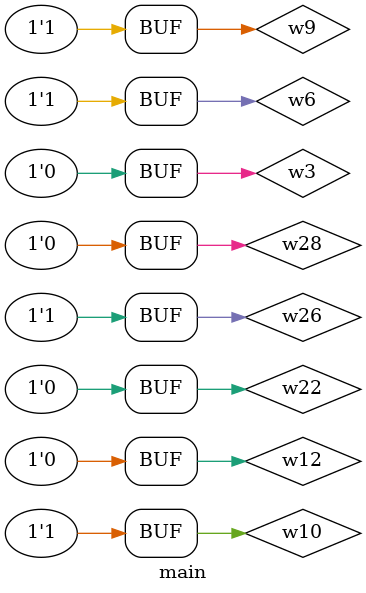
<source format=v>

`timescale 1ns/1ns

module main;    //: root_module
supply1 w6;    //: /sn:0 {0}(325,288)(325,311){1}
reg w14;    //: /sn:0 {0}(328,429)(306,429)(306,454){1}
//: {2}(304,456)(287,456){3}
//: {4}(285,454)(285,424){5}
//: {6}(283,456)(262,456){7}
//: {8}(306,458)(306,478)(328,478){9}
reg w4;    //: /sn:0 {0}(291,319)(311,319){1}
supply0 w3;    //: /sn:0 {0}(330,235)(330,218){1}
reg w21;    //: /sn:0 {0}(284,791)(255,791)(255,825){1}
//: {2}(253,827)(235,827){3}
//: {4}(233,825)(233,793){5}
//: {6}(231,827)(221,827){7}
//: {8}(255,829)(255,842)(284,842){9}
supply0 w28;    //: /sn:0 {0}(298,897)(298,889){1}
//: {2}(300,887)(419,887)(419,878){3}
//: {4}(298,885)(298,851){5}
reg w1;    //: /sn:0 {0}(296,209)(316,209){1}
reg w8;    //: /sn:0 {0}(406,622)(387,622)(387,603){1}
//: {2}(387,599)(387,589)(406,589){3}
//: {4}(385,601)(366,601){5}
//: {6}(364,599)(364,556){7}
//: {8}(362,601)(342,601){9}
reg w17;    //: /sn:0 {0}(405,823)(390,823)(390,848){1}
//: {2}(388,850)(368,850){3}
//: {4}(366,848)(366,789){5}
//: {6}(364,850)(342,850){7}
//: {8}(390,852)(390,869)(405,869){9}
supply0 w22;    //: /sn:0 {0}(420,677)(420,660){1}
supply0 w12;    //: /sn:0 {0}(342,498)(342,487){1}
supply1 w10;    //: /sn:0 {0}(443,565)(443,551)(430,551){1}
//: {2}(428,549)(428,536){3}
//: {4}(426,551)(420,551)(420,581){5}
reg w13;    //: /sn:0 {0}(406,651)(298,651)(298,602){1}
//: {2}(298,598)(298,573)(429,573){3}
//: {4}(296,600)(282,600){5}
//: {6}(280,598)(280,562){7}
//: {8}(278,600)(254,600){9}
supply1 w9;    //: /sn:0 {0}(342,408)(342,421){1}
supply1 w26;    //: /sn:0 {0}(298,772)(298,783){1}
wire w7;    //: /sn:0 {0}(420,643)(420,631){1}
wire w16;    //: /sn:0 {0}(495,633)(522,633)(522,569){1}
wire w19;    //: /sn:0 {0}(419,861)(419,851){1}
//: {2}(421,849)(448,849){3}
//: {4}(452,849)(461,849){5}
//: {6}(450,847)(450,789){7}
//: {8}(419,847)(419,832){9}
wire w0;    //: /sn:0 {0}(330,201)(330,184){1}
wire w23;    //: /sn:0 {0}(494,791)(494,849)(477,849){1}
wire w20;    //: /sn:0 {0}(298,834)(298,813){1}
//: {2}(300,811)(419,811)(419,815){3}
//: {4}(298,809)(298,800){5}
wire w11;    //: /sn:0 {0}(443,582)(443,608){1}
//: {2}(445,610)(461,610){3}
//: {4}(465,610)(480,610)(480,567){5}
//: {6}(463,612)(463,633)(479,633){7}
//: {8}(441,610)(422,610){9}
//: {10}(420,608)(420,598){11}
//: {12}(420,612)(420,614){13}
wire w2;    //: /sn:0 {0}(353,328)(353,343)(325,343)(325,328){1}
wire w5;    //: /sn:0 {0}(342,438)(342,453){1}
//: {2}(344,455)(383,455)(383,424){3}
//: {4}(342,457)(342,470){5}
//: enddecls

  //: joint g61 (w17) @(366, 850) /w:[ 3 4 6 -1 ]
  //: SWITCH g8 (w4) @(274,319) /sn:0 /w:[ 0 ] /st:0 /dn:1
  //: comment g4 @(354,175) /sn:0
  //: /line:"<h1>NPN </hi>"
  //: /line:"<ul>"
  //: /line:"   <li> Collector at the top (led attached)"
  //: /line:"   <li> Emitter at the bottom (ground attached)"
  //: /line:"   <Li> Base on size (switch attached.)"
  //: /line:"</ul>"
  //: /end
  //: SWITCH g58 (w17) @(325,850) /sn:0 /w:[ 7 ] /st:0 /dn:1
  //: joint g55 (w19) @(450, 849) /w:[ 4 6 3 -1 ]
  //: LED g51 (w19) @(450,782) /sn:0 /w:[ 7 ] /type:0
  //: joint g37 (w8) @(364, 601) /w:[ 5 6 8 -1 ]
  //: joint g34 (w10) @(428, 551) /w:[ 1 2 4 -1 ]
  //: GROUND g13 (w12) @(342,504) /sn:0 /w:[ 0 ]
  //: LED g3 (w0) @(330,177) /sn:0 /w:[ 1 ] /type:0
  //: SWITCH g2 (w1) @(279,209) /sn:0 /w:[ 0 ] /st:0 /dn:1
  //: joint g59 (w17) @(390, 850) /w:[ -1 1 2 8 ]
  //: LED NAND0 (w11) @(480,560) /w:[ 5 ] /type:0
  //: GROUND g1 (w3) @(330,241) /sn:0 /w:[ 0 ]
  //: LED AND0 (w16) @(522,562) /w:[ 1 ] /type:0
  //: joint g16 (w5) @(342, 455) /w:[ 2 1 -1 4 ]
  _GGNMOS #(2, 1) g11 (.Z(w5), .S(w12), .G(w14));   //: @(336,478) /sn:0 /w:[ 5 1 9 ]
  //: GROUND g50 (w28) @(298,903) /sn:0 /w:[ 0 ]
  //: joint g28 (w11) @(443, 610) /w:[ 2 1 8 -1 ]
  _GGPMOS #(2, 1) g10 (.Z(w5), .S(w9), .G(w14));   //: @(336,429) /sn:0 /w:[ 0 1 0 ]
  //: joint g32 (w13) @(298, 600) /w:[ -1 2 4 1 ]
  //: joint g27 (w11) @(420, 610) /w:[ 9 10 -1 12 ]
  //: joint g19 (w14) @(285, 456) /w:[ 3 4 6 -1 ]
  //: joint g38 (w13) @(280, 600) /w:[ 5 6 8 -1 ]
  //: VDD g6 (w6) @(336,288) /sn:0 /w:[ 0 ]
  //: joint g57 (w20) @(298, 811) /w:[ 2 4 -1 1 ]
  _GGNBUF #(2) g53 (.I(w19), .Z(w23));   //: @(467,849) /sn:0 /w:[ 5 1 ]
  //: comment g9 @(371,277) /sn:0
  //: /line:"<h1>PNP</h1>"
  //: /line:"<ul>"
  //: /line:"   <li> Emitter is at the top"
  //: /line:"   <Li> Base is in the middle"
  //: /line:"   <li> Collector is at the bottom"
  //: /line:"</ul>"
  //: /end
  //: LED g7 (w2) @(353,321) /sn:0 /w:[ 0 ] /type:0
  //: joint g31 (w8) @(387, 601) /w:[ -1 2 4 1 ]
  //: comment g20 @(409,410) /sn:0
  //: /line:"<h1> Not Gate</h1>"
  //: /end
  //: SWITCH g15 (w14) @(245,456) /sn:0 /w:[ 7 ] /st:0 /dn:1
  _GGNBUF #(2) g39 (.I(w11), .Z(w16));   //: @(485,633) /sn:0 /w:[ 7 0 ]
  //: LED g48 (w21) @(233,786) /sn:0 /w:[ 5 ] /type:0
  _GGNMOS #(2, 1) g43 (.Z(w19), .S(w28), .G(w17));   //: @(413,869) /sn:0 /w:[ 0 3 9 ]
  //: comment g62 @(525,803) /sn:0
  //: /line:"<h1>Nor</h1>"
  //: /end
  //: SWITCH g29 (w8) @(325,601) /sn:0 /w:[ 9 ] /st:0 /dn:1
  //: GROUND g25 (w22) @(420,683) /sn:0 /w:[ 0 ]
  //: joint g17 (w14) @(306, 456) /w:[ -1 1 2 8 ]
  //: joint g52 (w19) @(419, 849) /w:[ 2 8 -1 1 ]
  _GGPMOS #(2, 1) g42 (.Z(w19), .S(w20), .G(w17));   //: @(413,823) /sn:0 /w:[ 9 3 0 ]
  //: joint g56 (w28) @(298, 887) /w:[ 2 4 -1 1 ]
  //: LED g14 (w5) @(383,417) /sn:0 /w:[ 3 ] /type:0
  _GGPMOS #(2, 1) g5 (.Z(w2), .S(w6), .G(w4));   //: @(319,319) /sn:0 /w:[ 1 1 1 ]
  //: joint g47 (w21) @(255, 827) /w:[ -1 1 2 8 ]
  _GGNMOS #(2, 1) g44 (.Z(w20), .S(w28), .G(w21));   //: @(292,842) /sn:0 /w:[ 0 5 9 ]
  //: LED g36 (w8) @(364,549) /sn:0 /w:[ 7 ] /type:0
  _GGPMOS #(2, 1) g24 (.Z(w11), .S(w10), .G(w8));   //: @(414,589) /sn:0 /w:[ 11 5 3 ]
  _GGNMOS #(2, 1) g21 (.Z(w7), .S(w22), .G(w13));   //: @(414,651) /sn:0 /w:[ 0 1 0 ]
  _GGPMOS #(2, 1) g41 (.Z(w20), .S(w26), .G(w21));   //: @(292,791) /sn:0 /w:[ 5 1 0 ]
  _GGPMOS #(2, 1) g23 (.Z(w11), .S(w10), .G(w13));   //: @(437,573) /sn:0 /w:[ 0 0 3 ]
  //: LED g60 (w17) @(366,782) /sn:0 /w:[ 5 ] /type:0
  //: LED g54 (w23) @(494,784) /sn:0 /w:[ 0 ] /type:0
  //: joint g40 (w11) @(463, 610) /w:[ 4 -1 3 6 ]
  //: VDD g45 (w26) @(309,772) /sn:0 /w:[ 0 ]
  //: SWITCH g46 (w21) @(204,827) /sn:0 /w:[ 7 ] /st:0 /dn:1
  //: comment g26 @(553,551) /sn:0
  //: /line:"<h1>Nand</h1>"
  //: /line:""
  //: /end
  //: LED g35 (w13) @(280,555) /sn:0 /w:[ 7 ] /type:0
  _GGNMOS #(2, 1) g22 (.Z(w11), .S(w7), .G(w8));   //: @(414,622) /sn:0 /w:[ 13 1 0 ]
  _GGNMOS #(2, 1) g0 (.Z(w0), .S(w3), .G(w1));   //: @(324,209) /sn:0 /w:[ 0 1 1 ]
  //: LED g18 (w14) @(285,417) /sn:0 /w:[ 5 ] /type:0
  //: VDD g12 (w9) @(353,408) /sn:0 /w:[ 0 ]
  //: VDD g33 (w10) @(439,536) /sn:0 /w:[ 3 ]
  //: SWITCH g30 (w13) @(237,600) /sn:0 /w:[ 9 ] /st:0 /dn:1
  //: joint g49 (w21) @(233, 827) /w:[ 3 4 6 -1 ]

endmodule
//: /netlistEnd


</source>
